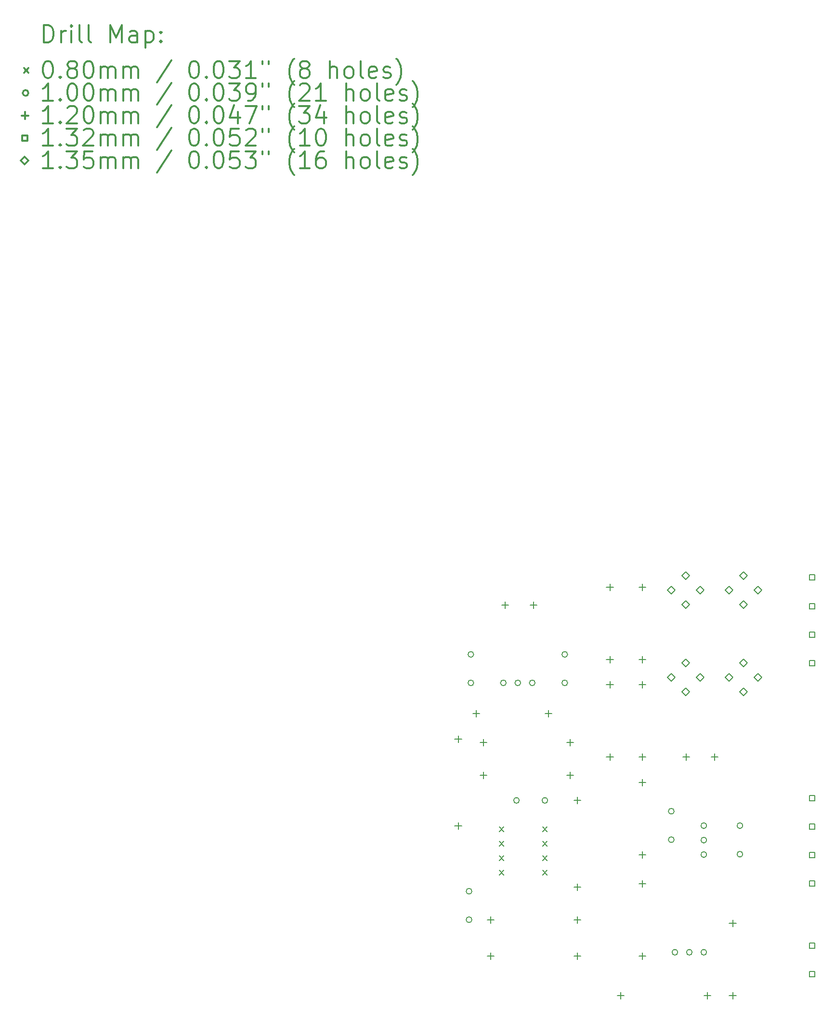
<source format=gbr>
%FSLAX45Y45*%
G04 Gerber Fmt 4.5, Leading zero omitted, Abs format (unit mm)*
G04 Created by KiCad (PCBNEW 4.0.6) date Thu Apr 29 15:33:18 2021*
%MOMM*%
%LPD*%
G01*
G04 APERTURE LIST*
%ADD10C,0.127000*%
%ADD11C,0.200000*%
%ADD12C,0.300000*%
G04 APERTURE END LIST*
D10*
D11*
X8278500Y-14247500D02*
X8358500Y-14327500D01*
X8358500Y-14247500D02*
X8278500Y-14327500D01*
X8278500Y-14501500D02*
X8358500Y-14581500D01*
X8358500Y-14501500D02*
X8278500Y-14581500D01*
X8278500Y-14755500D02*
X8358500Y-14835500D01*
X8358500Y-14755500D02*
X8278500Y-14835500D01*
X8278500Y-15009500D02*
X8358500Y-15089500D01*
X8358500Y-15009500D02*
X8278500Y-15089500D01*
X9040500Y-14247500D02*
X9120500Y-14327500D01*
X9120500Y-14247500D02*
X9040500Y-14327500D01*
X9040500Y-14501500D02*
X9120500Y-14581500D01*
X9120500Y-14501500D02*
X9040500Y-14581500D01*
X9040500Y-14755500D02*
X9120500Y-14835500D01*
X9120500Y-14755500D02*
X9040500Y-14835500D01*
X9040500Y-15009500D02*
X9120500Y-15089500D01*
X9120500Y-15009500D02*
X9040500Y-15089500D01*
X7797000Y-15375000D02*
G75*
G03X7797000Y-15375000I-50000J0D01*
G01*
X7797000Y-15875000D02*
G75*
G03X7797000Y-15875000I-50000J0D01*
G01*
X7828750Y-11215750D02*
G75*
G03X7828750Y-11215750I-50000J0D01*
G01*
X7828750Y-11715750D02*
G75*
G03X7828750Y-11715750I-50000J0D01*
G01*
X8400250Y-11715750D02*
G75*
G03X8400250Y-11715750I-50000J0D01*
G01*
X8630500Y-13779500D02*
G75*
G03X8630500Y-13779500I-50000J0D01*
G01*
X8654250Y-11715750D02*
G75*
G03X8654250Y-11715750I-50000J0D01*
G01*
X8908250Y-11715750D02*
G75*
G03X8908250Y-11715750I-50000J0D01*
G01*
X9130500Y-13779500D02*
G75*
G03X9130500Y-13779500I-50000J0D01*
G01*
X9479750Y-11215750D02*
G75*
G03X9479750Y-11215750I-50000J0D01*
G01*
X9479750Y-11715750D02*
G75*
G03X9479750Y-11715750I-50000J0D01*
G01*
X11353000Y-13970000D02*
G75*
G03X11353000Y-13970000I-50000J0D01*
G01*
X11353000Y-14470000D02*
G75*
G03X11353000Y-14470000I-50000J0D01*
G01*
X11416500Y-16446500D02*
G75*
G03X11416500Y-16446500I-50000J0D01*
G01*
X11670500Y-16446500D02*
G75*
G03X11670500Y-16446500I-50000J0D01*
G01*
X11924500Y-14224000D02*
G75*
G03X11924500Y-14224000I-50000J0D01*
G01*
X11924500Y-14478000D02*
G75*
G03X11924500Y-14478000I-50000J0D01*
G01*
X11924500Y-14732000D02*
G75*
G03X11924500Y-14732000I-50000J0D01*
G01*
X11924500Y-16446500D02*
G75*
G03X11924500Y-16446500I-50000J0D01*
G01*
X12559500Y-14224000D02*
G75*
G03X12559500Y-14224000I-50000J0D01*
G01*
X12559500Y-14724000D02*
G75*
G03X12559500Y-14724000I-50000J0D01*
G01*
X7556500Y-12640000D02*
X7556500Y-12760000D01*
X7496500Y-12700000D02*
X7616500Y-12700000D01*
X7556500Y-14164000D02*
X7556500Y-14284000D01*
X7496500Y-14224000D02*
X7616500Y-14224000D01*
X7874000Y-12195500D02*
X7874000Y-12315500D01*
X7814000Y-12255500D02*
X7934000Y-12255500D01*
X8001000Y-12703500D02*
X8001000Y-12823500D01*
X7941000Y-12763500D02*
X8061000Y-12763500D01*
X8001000Y-13275000D02*
X8001000Y-13395000D01*
X7941000Y-13335000D02*
X8061000Y-13335000D01*
X8128000Y-15815000D02*
X8128000Y-15935000D01*
X8068000Y-15875000D02*
X8188000Y-15875000D01*
X8128000Y-16450000D02*
X8128000Y-16570000D01*
X8068000Y-16510000D02*
X8188000Y-16510000D01*
X8382000Y-10290500D02*
X8382000Y-10410500D01*
X8322000Y-10350500D02*
X8442000Y-10350500D01*
X8882000Y-10290500D02*
X8882000Y-10410500D01*
X8822000Y-10350500D02*
X8942000Y-10350500D01*
X9144000Y-12195500D02*
X9144000Y-12315500D01*
X9084000Y-12255500D02*
X9204000Y-12255500D01*
X9525000Y-12703500D02*
X9525000Y-12823500D01*
X9465000Y-12763500D02*
X9585000Y-12763500D01*
X9525000Y-13275000D02*
X9525000Y-13395000D01*
X9465000Y-13335000D02*
X9585000Y-13335000D01*
X9652000Y-13719500D02*
X9652000Y-13839500D01*
X9592000Y-13779500D02*
X9712000Y-13779500D01*
X9652000Y-15243500D02*
X9652000Y-15363500D01*
X9592000Y-15303500D02*
X9712000Y-15303500D01*
X9652000Y-15815000D02*
X9652000Y-15935000D01*
X9592000Y-15875000D02*
X9712000Y-15875000D01*
X9652000Y-16450000D02*
X9652000Y-16570000D01*
X9592000Y-16510000D02*
X9712000Y-16510000D01*
X10223500Y-9973000D02*
X10223500Y-10093000D01*
X10163500Y-10033000D02*
X10283500Y-10033000D01*
X10223500Y-11243000D02*
X10223500Y-11363000D01*
X10163500Y-11303000D02*
X10283500Y-11303000D01*
X10223500Y-11687500D02*
X10223500Y-11807500D01*
X10163500Y-11747500D02*
X10283500Y-11747500D01*
X10223500Y-12957500D02*
X10223500Y-13077500D01*
X10163500Y-13017500D02*
X10283500Y-13017500D01*
X10414000Y-17148500D02*
X10414000Y-17268500D01*
X10354000Y-17208500D02*
X10474000Y-17208500D01*
X10795000Y-9973000D02*
X10795000Y-10093000D01*
X10735000Y-10033000D02*
X10855000Y-10033000D01*
X10795000Y-11243000D02*
X10795000Y-11363000D01*
X10735000Y-11303000D02*
X10855000Y-11303000D01*
X10795000Y-11687500D02*
X10795000Y-11807500D01*
X10735000Y-11747500D02*
X10855000Y-11747500D01*
X10795000Y-12957500D02*
X10795000Y-13077500D01*
X10735000Y-13017500D02*
X10855000Y-13017500D01*
X10795000Y-13402000D02*
X10795000Y-13522000D01*
X10735000Y-13462000D02*
X10855000Y-13462000D01*
X10795000Y-14672000D02*
X10795000Y-14792000D01*
X10735000Y-14732000D02*
X10855000Y-14732000D01*
X10795000Y-15180000D02*
X10795000Y-15300000D01*
X10735000Y-15240000D02*
X10855000Y-15240000D01*
X10795000Y-16450000D02*
X10795000Y-16570000D01*
X10735000Y-16510000D02*
X10855000Y-16510000D01*
X11565000Y-12957500D02*
X11565000Y-13077500D01*
X11505000Y-13017500D02*
X11625000Y-13017500D01*
X11938000Y-17148500D02*
X11938000Y-17268500D01*
X11878000Y-17208500D02*
X11998000Y-17208500D01*
X12065000Y-12957500D02*
X12065000Y-13077500D01*
X12005000Y-13017500D02*
X12125000Y-13017500D01*
X12382500Y-15878500D02*
X12382500Y-15998500D01*
X12322500Y-15938500D02*
X12442500Y-15938500D01*
X12382500Y-17148500D02*
X12382500Y-17268500D01*
X12322500Y-17208500D02*
X12442500Y-17208500D01*
X13826169Y-9913170D02*
X13826169Y-9819831D01*
X13732830Y-9819831D01*
X13732830Y-9913170D01*
X13826169Y-9913170D01*
X13826169Y-10413170D02*
X13826169Y-10319831D01*
X13732830Y-10319831D01*
X13732830Y-10413170D01*
X13826169Y-10413170D01*
X13826169Y-10913170D02*
X13826169Y-10819831D01*
X13732830Y-10819831D01*
X13732830Y-10913170D01*
X13826169Y-10913170D01*
X13826169Y-11413169D02*
X13826169Y-11319830D01*
X13732830Y-11319830D01*
X13732830Y-11413169D01*
X13826169Y-11413169D01*
X13826169Y-13786669D02*
X13826169Y-13693330D01*
X13732830Y-13693330D01*
X13732830Y-13786669D01*
X13826169Y-13786669D01*
X13826169Y-14286669D02*
X13826169Y-14193330D01*
X13732830Y-14193330D01*
X13732830Y-14286669D01*
X13826169Y-14286669D01*
X13826169Y-14786669D02*
X13826169Y-14693330D01*
X13732830Y-14693330D01*
X13732830Y-14786669D01*
X13826169Y-14786669D01*
X13826169Y-15286669D02*
X13826169Y-15193330D01*
X13732830Y-15193330D01*
X13732830Y-15286669D01*
X13826169Y-15286669D01*
X13826169Y-16374169D02*
X13826169Y-16280830D01*
X13732830Y-16280830D01*
X13732830Y-16374169D01*
X13826169Y-16374169D01*
X13826169Y-16874170D02*
X13826169Y-16780831D01*
X13732830Y-16780831D01*
X13732830Y-16874170D01*
X13826169Y-16874170D01*
X11303000Y-10156000D02*
X11370500Y-10088500D01*
X11303000Y-10021000D01*
X11235500Y-10088500D01*
X11303000Y-10156000D01*
X11303000Y-11688000D02*
X11370500Y-11620500D01*
X11303000Y-11553000D01*
X11235500Y-11620500D01*
X11303000Y-11688000D01*
X11557000Y-9902000D02*
X11624500Y-9834500D01*
X11557000Y-9767000D01*
X11489500Y-9834500D01*
X11557000Y-9902000D01*
X11557000Y-10410000D02*
X11624500Y-10342500D01*
X11557000Y-10275000D01*
X11489500Y-10342500D01*
X11557000Y-10410000D01*
X11557000Y-11434000D02*
X11624500Y-11366500D01*
X11557000Y-11299000D01*
X11489500Y-11366500D01*
X11557000Y-11434000D01*
X11557000Y-11942000D02*
X11624500Y-11874500D01*
X11557000Y-11807000D01*
X11489500Y-11874500D01*
X11557000Y-11942000D01*
X11811000Y-10156000D02*
X11878500Y-10088500D01*
X11811000Y-10021000D01*
X11743500Y-10088500D01*
X11811000Y-10156000D01*
X11811000Y-11688000D02*
X11878500Y-11620500D01*
X11811000Y-11553000D01*
X11743500Y-11620500D01*
X11811000Y-11688000D01*
X12319000Y-10156000D02*
X12386500Y-10088500D01*
X12319000Y-10021000D01*
X12251500Y-10088500D01*
X12319000Y-10156000D01*
X12319000Y-11688000D02*
X12386500Y-11620500D01*
X12319000Y-11553000D01*
X12251500Y-11620500D01*
X12319000Y-11688000D01*
X12573000Y-9902000D02*
X12640500Y-9834500D01*
X12573000Y-9767000D01*
X12505500Y-9834500D01*
X12573000Y-9902000D01*
X12573000Y-10410000D02*
X12640500Y-10342500D01*
X12573000Y-10275000D01*
X12505500Y-10342500D01*
X12573000Y-10410000D01*
X12573000Y-11434000D02*
X12640500Y-11366500D01*
X12573000Y-11299000D01*
X12505500Y-11366500D01*
X12573000Y-11434000D01*
X12573000Y-11942000D02*
X12640500Y-11874500D01*
X12573000Y-11807000D01*
X12505500Y-11874500D01*
X12573000Y-11942000D01*
X12827000Y-10156000D02*
X12894500Y-10088500D01*
X12827000Y-10021000D01*
X12759500Y-10088500D01*
X12827000Y-10156000D01*
X12827000Y-11688000D02*
X12894500Y-11620500D01*
X12827000Y-11553000D01*
X12759500Y-11620500D01*
X12827000Y-11688000D01*
D12*
X271429Y-465714D02*
X271429Y-165714D01*
X342857Y-165714D01*
X385714Y-180000D01*
X414286Y-208571D01*
X428571Y-237143D01*
X442857Y-294286D01*
X442857Y-337143D01*
X428571Y-394286D01*
X414286Y-422857D01*
X385714Y-451429D01*
X342857Y-465714D01*
X271429Y-465714D01*
X571429Y-465714D02*
X571429Y-265714D01*
X571429Y-322857D02*
X585714Y-294286D01*
X600000Y-280000D01*
X628571Y-265714D01*
X657143Y-265714D01*
X757143Y-465714D02*
X757143Y-265714D01*
X757143Y-165714D02*
X742857Y-180000D01*
X757143Y-194286D01*
X771429Y-180000D01*
X757143Y-165714D01*
X757143Y-194286D01*
X942857Y-465714D02*
X914286Y-451429D01*
X900000Y-422857D01*
X900000Y-165714D01*
X1100000Y-465714D02*
X1071429Y-451429D01*
X1057143Y-422857D01*
X1057143Y-165714D01*
X1442857Y-465714D02*
X1442857Y-165714D01*
X1542857Y-380000D01*
X1642857Y-165714D01*
X1642857Y-465714D01*
X1914286Y-465714D02*
X1914286Y-308571D01*
X1900000Y-280000D01*
X1871429Y-265714D01*
X1814286Y-265714D01*
X1785714Y-280000D01*
X1914286Y-451429D02*
X1885714Y-465714D01*
X1814286Y-465714D01*
X1785714Y-451429D01*
X1771429Y-422857D01*
X1771429Y-394286D01*
X1785714Y-365714D01*
X1814286Y-351429D01*
X1885714Y-351429D01*
X1914286Y-337143D01*
X2057143Y-265714D02*
X2057143Y-565714D01*
X2057143Y-280000D02*
X2085714Y-265714D01*
X2142857Y-265714D01*
X2171429Y-280000D01*
X2185714Y-294286D01*
X2200000Y-322857D01*
X2200000Y-408571D01*
X2185714Y-437143D01*
X2171429Y-451429D01*
X2142857Y-465714D01*
X2085714Y-465714D01*
X2057143Y-451429D01*
X2328572Y-437143D02*
X2342857Y-451429D01*
X2328572Y-465714D01*
X2314286Y-451429D01*
X2328572Y-437143D01*
X2328572Y-465714D01*
X2328572Y-280000D02*
X2342857Y-294286D01*
X2328572Y-308571D01*
X2314286Y-294286D01*
X2328572Y-280000D01*
X2328572Y-308571D01*
X-80000Y-920000D02*
X0Y-1000000D01*
X0Y-920000D02*
X-80000Y-1000000D01*
X328571Y-795714D02*
X357143Y-795714D01*
X385714Y-810000D01*
X400000Y-824286D01*
X414286Y-852857D01*
X428571Y-910000D01*
X428571Y-981429D01*
X414286Y-1038571D01*
X400000Y-1067143D01*
X385714Y-1081429D01*
X357143Y-1095714D01*
X328571Y-1095714D01*
X300000Y-1081429D01*
X285714Y-1067143D01*
X271429Y-1038571D01*
X257143Y-981429D01*
X257143Y-910000D01*
X271429Y-852857D01*
X285714Y-824286D01*
X300000Y-810000D01*
X328571Y-795714D01*
X557143Y-1067143D02*
X571429Y-1081429D01*
X557143Y-1095714D01*
X542857Y-1081429D01*
X557143Y-1067143D01*
X557143Y-1095714D01*
X742857Y-924286D02*
X714286Y-910000D01*
X700000Y-895714D01*
X685714Y-867143D01*
X685714Y-852857D01*
X700000Y-824286D01*
X714286Y-810000D01*
X742857Y-795714D01*
X800000Y-795714D01*
X828571Y-810000D01*
X842857Y-824286D01*
X857143Y-852857D01*
X857143Y-867143D01*
X842857Y-895714D01*
X828571Y-910000D01*
X800000Y-924286D01*
X742857Y-924286D01*
X714286Y-938571D01*
X700000Y-952857D01*
X685714Y-981429D01*
X685714Y-1038571D01*
X700000Y-1067143D01*
X714286Y-1081429D01*
X742857Y-1095714D01*
X800000Y-1095714D01*
X828571Y-1081429D01*
X842857Y-1067143D01*
X857143Y-1038571D01*
X857143Y-981429D01*
X842857Y-952857D01*
X828571Y-938571D01*
X800000Y-924286D01*
X1042857Y-795714D02*
X1071429Y-795714D01*
X1100000Y-810000D01*
X1114286Y-824286D01*
X1128571Y-852857D01*
X1142857Y-910000D01*
X1142857Y-981429D01*
X1128571Y-1038571D01*
X1114286Y-1067143D01*
X1100000Y-1081429D01*
X1071429Y-1095714D01*
X1042857Y-1095714D01*
X1014286Y-1081429D01*
X1000000Y-1067143D01*
X985714Y-1038571D01*
X971429Y-981429D01*
X971429Y-910000D01*
X985714Y-852857D01*
X1000000Y-824286D01*
X1014286Y-810000D01*
X1042857Y-795714D01*
X1271429Y-1095714D02*
X1271429Y-895714D01*
X1271429Y-924286D02*
X1285714Y-910000D01*
X1314286Y-895714D01*
X1357143Y-895714D01*
X1385714Y-910000D01*
X1400000Y-938571D01*
X1400000Y-1095714D01*
X1400000Y-938571D02*
X1414286Y-910000D01*
X1442857Y-895714D01*
X1485714Y-895714D01*
X1514286Y-910000D01*
X1528571Y-938571D01*
X1528571Y-1095714D01*
X1671429Y-1095714D02*
X1671429Y-895714D01*
X1671429Y-924286D02*
X1685714Y-910000D01*
X1714286Y-895714D01*
X1757143Y-895714D01*
X1785714Y-910000D01*
X1800000Y-938571D01*
X1800000Y-1095714D01*
X1800000Y-938571D02*
X1814286Y-910000D01*
X1842857Y-895714D01*
X1885714Y-895714D01*
X1914286Y-910000D01*
X1928571Y-938571D01*
X1928571Y-1095714D01*
X2514286Y-781429D02*
X2257143Y-1167143D01*
X2900000Y-795714D02*
X2928571Y-795714D01*
X2957143Y-810000D01*
X2971428Y-824286D01*
X2985714Y-852857D01*
X3000000Y-910000D01*
X3000000Y-981429D01*
X2985714Y-1038571D01*
X2971428Y-1067143D01*
X2957143Y-1081429D01*
X2928571Y-1095714D01*
X2900000Y-1095714D01*
X2871428Y-1081429D01*
X2857143Y-1067143D01*
X2842857Y-1038571D01*
X2828571Y-981429D01*
X2828571Y-910000D01*
X2842857Y-852857D01*
X2857143Y-824286D01*
X2871428Y-810000D01*
X2900000Y-795714D01*
X3128571Y-1067143D02*
X3142857Y-1081429D01*
X3128571Y-1095714D01*
X3114286Y-1081429D01*
X3128571Y-1067143D01*
X3128571Y-1095714D01*
X3328571Y-795714D02*
X3357143Y-795714D01*
X3385714Y-810000D01*
X3400000Y-824286D01*
X3414286Y-852857D01*
X3428571Y-910000D01*
X3428571Y-981429D01*
X3414286Y-1038571D01*
X3400000Y-1067143D01*
X3385714Y-1081429D01*
X3357143Y-1095714D01*
X3328571Y-1095714D01*
X3300000Y-1081429D01*
X3285714Y-1067143D01*
X3271428Y-1038571D01*
X3257143Y-981429D01*
X3257143Y-910000D01*
X3271428Y-852857D01*
X3285714Y-824286D01*
X3300000Y-810000D01*
X3328571Y-795714D01*
X3528571Y-795714D02*
X3714286Y-795714D01*
X3614286Y-910000D01*
X3657143Y-910000D01*
X3685714Y-924286D01*
X3700000Y-938571D01*
X3714286Y-967143D01*
X3714286Y-1038571D01*
X3700000Y-1067143D01*
X3685714Y-1081429D01*
X3657143Y-1095714D01*
X3571428Y-1095714D01*
X3542857Y-1081429D01*
X3528571Y-1067143D01*
X4000000Y-1095714D02*
X3828571Y-1095714D01*
X3914286Y-1095714D02*
X3914286Y-795714D01*
X3885714Y-838571D01*
X3857143Y-867143D01*
X3828571Y-881429D01*
X4114286Y-795714D02*
X4114286Y-852857D01*
X4228571Y-795714D02*
X4228571Y-852857D01*
X4671429Y-1210000D02*
X4657143Y-1195714D01*
X4628571Y-1152857D01*
X4614286Y-1124286D01*
X4600000Y-1081429D01*
X4585714Y-1010000D01*
X4585714Y-952857D01*
X4600000Y-881429D01*
X4614286Y-838571D01*
X4628571Y-810000D01*
X4657143Y-767143D01*
X4671429Y-752857D01*
X4828571Y-924286D02*
X4800000Y-910000D01*
X4785714Y-895714D01*
X4771429Y-867143D01*
X4771429Y-852857D01*
X4785714Y-824286D01*
X4800000Y-810000D01*
X4828571Y-795714D01*
X4885714Y-795714D01*
X4914286Y-810000D01*
X4928571Y-824286D01*
X4942857Y-852857D01*
X4942857Y-867143D01*
X4928571Y-895714D01*
X4914286Y-910000D01*
X4885714Y-924286D01*
X4828571Y-924286D01*
X4800000Y-938571D01*
X4785714Y-952857D01*
X4771429Y-981429D01*
X4771429Y-1038571D01*
X4785714Y-1067143D01*
X4800000Y-1081429D01*
X4828571Y-1095714D01*
X4885714Y-1095714D01*
X4914286Y-1081429D01*
X4928571Y-1067143D01*
X4942857Y-1038571D01*
X4942857Y-981429D01*
X4928571Y-952857D01*
X4914286Y-938571D01*
X4885714Y-924286D01*
X5300000Y-1095714D02*
X5300000Y-795714D01*
X5428571Y-1095714D02*
X5428571Y-938571D01*
X5414286Y-910000D01*
X5385714Y-895714D01*
X5342857Y-895714D01*
X5314286Y-910000D01*
X5300000Y-924286D01*
X5614286Y-1095714D02*
X5585714Y-1081429D01*
X5571429Y-1067143D01*
X5557143Y-1038571D01*
X5557143Y-952857D01*
X5571429Y-924286D01*
X5585714Y-910000D01*
X5614286Y-895714D01*
X5657143Y-895714D01*
X5685714Y-910000D01*
X5700000Y-924286D01*
X5714286Y-952857D01*
X5714286Y-1038571D01*
X5700000Y-1067143D01*
X5685714Y-1081429D01*
X5657143Y-1095714D01*
X5614286Y-1095714D01*
X5885714Y-1095714D02*
X5857143Y-1081429D01*
X5842857Y-1052857D01*
X5842857Y-795714D01*
X6114286Y-1081429D02*
X6085714Y-1095714D01*
X6028571Y-1095714D01*
X6000000Y-1081429D01*
X5985714Y-1052857D01*
X5985714Y-938571D01*
X6000000Y-910000D01*
X6028571Y-895714D01*
X6085714Y-895714D01*
X6114286Y-910000D01*
X6128571Y-938571D01*
X6128571Y-967143D01*
X5985714Y-995714D01*
X6242857Y-1081429D02*
X6271429Y-1095714D01*
X6328571Y-1095714D01*
X6357143Y-1081429D01*
X6371429Y-1052857D01*
X6371429Y-1038571D01*
X6357143Y-1010000D01*
X6328571Y-995714D01*
X6285714Y-995714D01*
X6257143Y-981429D01*
X6242857Y-952857D01*
X6242857Y-938571D01*
X6257143Y-910000D01*
X6285714Y-895714D01*
X6328571Y-895714D01*
X6357143Y-910000D01*
X6471428Y-1210000D02*
X6485714Y-1195714D01*
X6514286Y-1152857D01*
X6528571Y-1124286D01*
X6542857Y-1081429D01*
X6557143Y-1010000D01*
X6557143Y-952857D01*
X6542857Y-881429D01*
X6528571Y-838571D01*
X6514286Y-810000D01*
X6485714Y-767143D01*
X6471428Y-752857D01*
X0Y-1356000D02*
G75*
G03X0Y-1356000I-50000J0D01*
G01*
X428571Y-1491714D02*
X257143Y-1491714D01*
X342857Y-1491714D02*
X342857Y-1191714D01*
X314286Y-1234571D01*
X285714Y-1263143D01*
X257143Y-1277429D01*
X557143Y-1463143D02*
X571429Y-1477429D01*
X557143Y-1491714D01*
X542857Y-1477429D01*
X557143Y-1463143D01*
X557143Y-1491714D01*
X757143Y-1191714D02*
X785714Y-1191714D01*
X814286Y-1206000D01*
X828571Y-1220286D01*
X842857Y-1248857D01*
X857143Y-1306000D01*
X857143Y-1377429D01*
X842857Y-1434571D01*
X828571Y-1463143D01*
X814286Y-1477429D01*
X785714Y-1491714D01*
X757143Y-1491714D01*
X728571Y-1477429D01*
X714286Y-1463143D01*
X700000Y-1434571D01*
X685714Y-1377429D01*
X685714Y-1306000D01*
X700000Y-1248857D01*
X714286Y-1220286D01*
X728571Y-1206000D01*
X757143Y-1191714D01*
X1042857Y-1191714D02*
X1071429Y-1191714D01*
X1100000Y-1206000D01*
X1114286Y-1220286D01*
X1128571Y-1248857D01*
X1142857Y-1306000D01*
X1142857Y-1377429D01*
X1128571Y-1434571D01*
X1114286Y-1463143D01*
X1100000Y-1477429D01*
X1071429Y-1491714D01*
X1042857Y-1491714D01*
X1014286Y-1477429D01*
X1000000Y-1463143D01*
X985714Y-1434571D01*
X971429Y-1377429D01*
X971429Y-1306000D01*
X985714Y-1248857D01*
X1000000Y-1220286D01*
X1014286Y-1206000D01*
X1042857Y-1191714D01*
X1271429Y-1491714D02*
X1271429Y-1291714D01*
X1271429Y-1320286D02*
X1285714Y-1306000D01*
X1314286Y-1291714D01*
X1357143Y-1291714D01*
X1385714Y-1306000D01*
X1400000Y-1334571D01*
X1400000Y-1491714D01*
X1400000Y-1334571D02*
X1414286Y-1306000D01*
X1442857Y-1291714D01*
X1485714Y-1291714D01*
X1514286Y-1306000D01*
X1528571Y-1334571D01*
X1528571Y-1491714D01*
X1671429Y-1491714D02*
X1671429Y-1291714D01*
X1671429Y-1320286D02*
X1685714Y-1306000D01*
X1714286Y-1291714D01*
X1757143Y-1291714D01*
X1785714Y-1306000D01*
X1800000Y-1334571D01*
X1800000Y-1491714D01*
X1800000Y-1334571D02*
X1814286Y-1306000D01*
X1842857Y-1291714D01*
X1885714Y-1291714D01*
X1914286Y-1306000D01*
X1928571Y-1334571D01*
X1928571Y-1491714D01*
X2514286Y-1177429D02*
X2257143Y-1563143D01*
X2900000Y-1191714D02*
X2928571Y-1191714D01*
X2957143Y-1206000D01*
X2971428Y-1220286D01*
X2985714Y-1248857D01*
X3000000Y-1306000D01*
X3000000Y-1377429D01*
X2985714Y-1434571D01*
X2971428Y-1463143D01*
X2957143Y-1477429D01*
X2928571Y-1491714D01*
X2900000Y-1491714D01*
X2871428Y-1477429D01*
X2857143Y-1463143D01*
X2842857Y-1434571D01*
X2828571Y-1377429D01*
X2828571Y-1306000D01*
X2842857Y-1248857D01*
X2857143Y-1220286D01*
X2871428Y-1206000D01*
X2900000Y-1191714D01*
X3128571Y-1463143D02*
X3142857Y-1477429D01*
X3128571Y-1491714D01*
X3114286Y-1477429D01*
X3128571Y-1463143D01*
X3128571Y-1491714D01*
X3328571Y-1191714D02*
X3357143Y-1191714D01*
X3385714Y-1206000D01*
X3400000Y-1220286D01*
X3414286Y-1248857D01*
X3428571Y-1306000D01*
X3428571Y-1377429D01*
X3414286Y-1434571D01*
X3400000Y-1463143D01*
X3385714Y-1477429D01*
X3357143Y-1491714D01*
X3328571Y-1491714D01*
X3300000Y-1477429D01*
X3285714Y-1463143D01*
X3271428Y-1434571D01*
X3257143Y-1377429D01*
X3257143Y-1306000D01*
X3271428Y-1248857D01*
X3285714Y-1220286D01*
X3300000Y-1206000D01*
X3328571Y-1191714D01*
X3528571Y-1191714D02*
X3714286Y-1191714D01*
X3614286Y-1306000D01*
X3657143Y-1306000D01*
X3685714Y-1320286D01*
X3700000Y-1334571D01*
X3714286Y-1363143D01*
X3714286Y-1434571D01*
X3700000Y-1463143D01*
X3685714Y-1477429D01*
X3657143Y-1491714D01*
X3571428Y-1491714D01*
X3542857Y-1477429D01*
X3528571Y-1463143D01*
X3857143Y-1491714D02*
X3914286Y-1491714D01*
X3942857Y-1477429D01*
X3957143Y-1463143D01*
X3985714Y-1420286D01*
X4000000Y-1363143D01*
X4000000Y-1248857D01*
X3985714Y-1220286D01*
X3971428Y-1206000D01*
X3942857Y-1191714D01*
X3885714Y-1191714D01*
X3857143Y-1206000D01*
X3842857Y-1220286D01*
X3828571Y-1248857D01*
X3828571Y-1320286D01*
X3842857Y-1348857D01*
X3857143Y-1363143D01*
X3885714Y-1377429D01*
X3942857Y-1377429D01*
X3971428Y-1363143D01*
X3985714Y-1348857D01*
X4000000Y-1320286D01*
X4114286Y-1191714D02*
X4114286Y-1248857D01*
X4228571Y-1191714D02*
X4228571Y-1248857D01*
X4671429Y-1606000D02*
X4657143Y-1591714D01*
X4628571Y-1548857D01*
X4614286Y-1520286D01*
X4600000Y-1477429D01*
X4585714Y-1406000D01*
X4585714Y-1348857D01*
X4600000Y-1277429D01*
X4614286Y-1234571D01*
X4628571Y-1206000D01*
X4657143Y-1163143D01*
X4671429Y-1148857D01*
X4771429Y-1220286D02*
X4785714Y-1206000D01*
X4814286Y-1191714D01*
X4885714Y-1191714D01*
X4914286Y-1206000D01*
X4928571Y-1220286D01*
X4942857Y-1248857D01*
X4942857Y-1277429D01*
X4928571Y-1320286D01*
X4757143Y-1491714D01*
X4942857Y-1491714D01*
X5228571Y-1491714D02*
X5057143Y-1491714D01*
X5142857Y-1491714D02*
X5142857Y-1191714D01*
X5114286Y-1234571D01*
X5085714Y-1263143D01*
X5057143Y-1277429D01*
X5585714Y-1491714D02*
X5585714Y-1191714D01*
X5714286Y-1491714D02*
X5714286Y-1334571D01*
X5700000Y-1306000D01*
X5671428Y-1291714D01*
X5628571Y-1291714D01*
X5600000Y-1306000D01*
X5585714Y-1320286D01*
X5900000Y-1491714D02*
X5871428Y-1477429D01*
X5857143Y-1463143D01*
X5842857Y-1434571D01*
X5842857Y-1348857D01*
X5857143Y-1320286D01*
X5871428Y-1306000D01*
X5900000Y-1291714D01*
X5942857Y-1291714D01*
X5971428Y-1306000D01*
X5985714Y-1320286D01*
X6000000Y-1348857D01*
X6000000Y-1434571D01*
X5985714Y-1463143D01*
X5971428Y-1477429D01*
X5942857Y-1491714D01*
X5900000Y-1491714D01*
X6171428Y-1491714D02*
X6142857Y-1477429D01*
X6128571Y-1448857D01*
X6128571Y-1191714D01*
X6400000Y-1477429D02*
X6371429Y-1491714D01*
X6314286Y-1491714D01*
X6285714Y-1477429D01*
X6271429Y-1448857D01*
X6271429Y-1334571D01*
X6285714Y-1306000D01*
X6314286Y-1291714D01*
X6371429Y-1291714D01*
X6400000Y-1306000D01*
X6414286Y-1334571D01*
X6414286Y-1363143D01*
X6271429Y-1391714D01*
X6528571Y-1477429D02*
X6557143Y-1491714D01*
X6614286Y-1491714D01*
X6642857Y-1477429D01*
X6657143Y-1448857D01*
X6657143Y-1434571D01*
X6642857Y-1406000D01*
X6614286Y-1391714D01*
X6571429Y-1391714D01*
X6542857Y-1377429D01*
X6528571Y-1348857D01*
X6528571Y-1334571D01*
X6542857Y-1306000D01*
X6571429Y-1291714D01*
X6614286Y-1291714D01*
X6642857Y-1306000D01*
X6757143Y-1606000D02*
X6771429Y-1591714D01*
X6800000Y-1548857D01*
X6814286Y-1520286D01*
X6828571Y-1477429D01*
X6842857Y-1406000D01*
X6842857Y-1348857D01*
X6828571Y-1277429D01*
X6814286Y-1234571D01*
X6800000Y-1206000D01*
X6771429Y-1163143D01*
X6757143Y-1148857D01*
X-60000Y-1692000D02*
X-60000Y-1812000D01*
X-120000Y-1752000D02*
X0Y-1752000D01*
X428571Y-1887714D02*
X257143Y-1887714D01*
X342857Y-1887714D02*
X342857Y-1587714D01*
X314286Y-1630571D01*
X285714Y-1659143D01*
X257143Y-1673429D01*
X557143Y-1859143D02*
X571429Y-1873429D01*
X557143Y-1887714D01*
X542857Y-1873429D01*
X557143Y-1859143D01*
X557143Y-1887714D01*
X685714Y-1616286D02*
X700000Y-1602000D01*
X728571Y-1587714D01*
X800000Y-1587714D01*
X828571Y-1602000D01*
X842857Y-1616286D01*
X857143Y-1644857D01*
X857143Y-1673429D01*
X842857Y-1716286D01*
X671429Y-1887714D01*
X857143Y-1887714D01*
X1042857Y-1587714D02*
X1071429Y-1587714D01*
X1100000Y-1602000D01*
X1114286Y-1616286D01*
X1128571Y-1644857D01*
X1142857Y-1702000D01*
X1142857Y-1773429D01*
X1128571Y-1830571D01*
X1114286Y-1859143D01*
X1100000Y-1873429D01*
X1071429Y-1887714D01*
X1042857Y-1887714D01*
X1014286Y-1873429D01*
X1000000Y-1859143D01*
X985714Y-1830571D01*
X971429Y-1773429D01*
X971429Y-1702000D01*
X985714Y-1644857D01*
X1000000Y-1616286D01*
X1014286Y-1602000D01*
X1042857Y-1587714D01*
X1271429Y-1887714D02*
X1271429Y-1687714D01*
X1271429Y-1716286D02*
X1285714Y-1702000D01*
X1314286Y-1687714D01*
X1357143Y-1687714D01*
X1385714Y-1702000D01*
X1400000Y-1730571D01*
X1400000Y-1887714D01*
X1400000Y-1730571D02*
X1414286Y-1702000D01*
X1442857Y-1687714D01*
X1485714Y-1687714D01*
X1514286Y-1702000D01*
X1528571Y-1730571D01*
X1528571Y-1887714D01*
X1671429Y-1887714D02*
X1671429Y-1687714D01*
X1671429Y-1716286D02*
X1685714Y-1702000D01*
X1714286Y-1687714D01*
X1757143Y-1687714D01*
X1785714Y-1702000D01*
X1800000Y-1730571D01*
X1800000Y-1887714D01*
X1800000Y-1730571D02*
X1814286Y-1702000D01*
X1842857Y-1687714D01*
X1885714Y-1687714D01*
X1914286Y-1702000D01*
X1928571Y-1730571D01*
X1928571Y-1887714D01*
X2514286Y-1573429D02*
X2257143Y-1959143D01*
X2900000Y-1587714D02*
X2928571Y-1587714D01*
X2957143Y-1602000D01*
X2971428Y-1616286D01*
X2985714Y-1644857D01*
X3000000Y-1702000D01*
X3000000Y-1773429D01*
X2985714Y-1830571D01*
X2971428Y-1859143D01*
X2957143Y-1873429D01*
X2928571Y-1887714D01*
X2900000Y-1887714D01*
X2871428Y-1873429D01*
X2857143Y-1859143D01*
X2842857Y-1830571D01*
X2828571Y-1773429D01*
X2828571Y-1702000D01*
X2842857Y-1644857D01*
X2857143Y-1616286D01*
X2871428Y-1602000D01*
X2900000Y-1587714D01*
X3128571Y-1859143D02*
X3142857Y-1873429D01*
X3128571Y-1887714D01*
X3114286Y-1873429D01*
X3128571Y-1859143D01*
X3128571Y-1887714D01*
X3328571Y-1587714D02*
X3357143Y-1587714D01*
X3385714Y-1602000D01*
X3400000Y-1616286D01*
X3414286Y-1644857D01*
X3428571Y-1702000D01*
X3428571Y-1773429D01*
X3414286Y-1830571D01*
X3400000Y-1859143D01*
X3385714Y-1873429D01*
X3357143Y-1887714D01*
X3328571Y-1887714D01*
X3300000Y-1873429D01*
X3285714Y-1859143D01*
X3271428Y-1830571D01*
X3257143Y-1773429D01*
X3257143Y-1702000D01*
X3271428Y-1644857D01*
X3285714Y-1616286D01*
X3300000Y-1602000D01*
X3328571Y-1587714D01*
X3685714Y-1687714D02*
X3685714Y-1887714D01*
X3614286Y-1573429D02*
X3542857Y-1787714D01*
X3728571Y-1787714D01*
X3814286Y-1587714D02*
X4014286Y-1587714D01*
X3885714Y-1887714D01*
X4114286Y-1587714D02*
X4114286Y-1644857D01*
X4228571Y-1587714D02*
X4228571Y-1644857D01*
X4671429Y-2002000D02*
X4657143Y-1987714D01*
X4628571Y-1944857D01*
X4614286Y-1916286D01*
X4600000Y-1873429D01*
X4585714Y-1802000D01*
X4585714Y-1744857D01*
X4600000Y-1673429D01*
X4614286Y-1630571D01*
X4628571Y-1602000D01*
X4657143Y-1559143D01*
X4671429Y-1544857D01*
X4757143Y-1587714D02*
X4942857Y-1587714D01*
X4842857Y-1702000D01*
X4885714Y-1702000D01*
X4914286Y-1716286D01*
X4928571Y-1730571D01*
X4942857Y-1759143D01*
X4942857Y-1830571D01*
X4928571Y-1859143D01*
X4914286Y-1873429D01*
X4885714Y-1887714D01*
X4800000Y-1887714D01*
X4771429Y-1873429D01*
X4757143Y-1859143D01*
X5200000Y-1687714D02*
X5200000Y-1887714D01*
X5128571Y-1573429D02*
X5057143Y-1787714D01*
X5242857Y-1787714D01*
X5585714Y-1887714D02*
X5585714Y-1587714D01*
X5714286Y-1887714D02*
X5714286Y-1730571D01*
X5700000Y-1702000D01*
X5671428Y-1687714D01*
X5628571Y-1687714D01*
X5600000Y-1702000D01*
X5585714Y-1716286D01*
X5900000Y-1887714D02*
X5871428Y-1873429D01*
X5857143Y-1859143D01*
X5842857Y-1830571D01*
X5842857Y-1744857D01*
X5857143Y-1716286D01*
X5871428Y-1702000D01*
X5900000Y-1687714D01*
X5942857Y-1687714D01*
X5971428Y-1702000D01*
X5985714Y-1716286D01*
X6000000Y-1744857D01*
X6000000Y-1830571D01*
X5985714Y-1859143D01*
X5971428Y-1873429D01*
X5942857Y-1887714D01*
X5900000Y-1887714D01*
X6171428Y-1887714D02*
X6142857Y-1873429D01*
X6128571Y-1844857D01*
X6128571Y-1587714D01*
X6400000Y-1873429D02*
X6371429Y-1887714D01*
X6314286Y-1887714D01*
X6285714Y-1873429D01*
X6271429Y-1844857D01*
X6271429Y-1730571D01*
X6285714Y-1702000D01*
X6314286Y-1687714D01*
X6371429Y-1687714D01*
X6400000Y-1702000D01*
X6414286Y-1730571D01*
X6414286Y-1759143D01*
X6271429Y-1787714D01*
X6528571Y-1873429D02*
X6557143Y-1887714D01*
X6614286Y-1887714D01*
X6642857Y-1873429D01*
X6657143Y-1844857D01*
X6657143Y-1830571D01*
X6642857Y-1802000D01*
X6614286Y-1787714D01*
X6571429Y-1787714D01*
X6542857Y-1773429D01*
X6528571Y-1744857D01*
X6528571Y-1730571D01*
X6542857Y-1702000D01*
X6571429Y-1687714D01*
X6614286Y-1687714D01*
X6642857Y-1702000D01*
X6757143Y-2002000D02*
X6771429Y-1987714D01*
X6800000Y-1944857D01*
X6814286Y-1916286D01*
X6828571Y-1873429D01*
X6842857Y-1802000D01*
X6842857Y-1744857D01*
X6828571Y-1673429D01*
X6814286Y-1630571D01*
X6800000Y-1602000D01*
X6771429Y-1559143D01*
X6757143Y-1544857D01*
X-19331Y-2194670D02*
X-19331Y-2101331D01*
X-112669Y-2101331D01*
X-112669Y-2194670D01*
X-19331Y-2194670D01*
X428571Y-2283714D02*
X257143Y-2283714D01*
X342857Y-2283714D02*
X342857Y-1983714D01*
X314286Y-2026571D01*
X285714Y-2055143D01*
X257143Y-2069429D01*
X557143Y-2255143D02*
X571429Y-2269429D01*
X557143Y-2283714D01*
X542857Y-2269429D01*
X557143Y-2255143D01*
X557143Y-2283714D01*
X671429Y-1983714D02*
X857143Y-1983714D01*
X757143Y-2098000D01*
X800000Y-2098000D01*
X828571Y-2112286D01*
X842857Y-2126571D01*
X857143Y-2155143D01*
X857143Y-2226571D01*
X842857Y-2255143D01*
X828571Y-2269429D01*
X800000Y-2283714D01*
X714286Y-2283714D01*
X685714Y-2269429D01*
X671429Y-2255143D01*
X971429Y-2012286D02*
X985714Y-1998000D01*
X1014286Y-1983714D01*
X1085714Y-1983714D01*
X1114286Y-1998000D01*
X1128571Y-2012286D01*
X1142857Y-2040857D01*
X1142857Y-2069429D01*
X1128571Y-2112286D01*
X957143Y-2283714D01*
X1142857Y-2283714D01*
X1271429Y-2283714D02*
X1271429Y-2083714D01*
X1271429Y-2112286D02*
X1285714Y-2098000D01*
X1314286Y-2083714D01*
X1357143Y-2083714D01*
X1385714Y-2098000D01*
X1400000Y-2126571D01*
X1400000Y-2283714D01*
X1400000Y-2126571D02*
X1414286Y-2098000D01*
X1442857Y-2083714D01*
X1485714Y-2083714D01*
X1514286Y-2098000D01*
X1528571Y-2126571D01*
X1528571Y-2283714D01*
X1671429Y-2283714D02*
X1671429Y-2083714D01*
X1671429Y-2112286D02*
X1685714Y-2098000D01*
X1714286Y-2083714D01*
X1757143Y-2083714D01*
X1785714Y-2098000D01*
X1800000Y-2126571D01*
X1800000Y-2283714D01*
X1800000Y-2126571D02*
X1814286Y-2098000D01*
X1842857Y-2083714D01*
X1885714Y-2083714D01*
X1914286Y-2098000D01*
X1928571Y-2126571D01*
X1928571Y-2283714D01*
X2514286Y-1969429D02*
X2257143Y-2355143D01*
X2900000Y-1983714D02*
X2928571Y-1983714D01*
X2957143Y-1998000D01*
X2971428Y-2012286D01*
X2985714Y-2040857D01*
X3000000Y-2098000D01*
X3000000Y-2169429D01*
X2985714Y-2226571D01*
X2971428Y-2255143D01*
X2957143Y-2269429D01*
X2928571Y-2283714D01*
X2900000Y-2283714D01*
X2871428Y-2269429D01*
X2857143Y-2255143D01*
X2842857Y-2226571D01*
X2828571Y-2169429D01*
X2828571Y-2098000D01*
X2842857Y-2040857D01*
X2857143Y-2012286D01*
X2871428Y-1998000D01*
X2900000Y-1983714D01*
X3128571Y-2255143D02*
X3142857Y-2269429D01*
X3128571Y-2283714D01*
X3114286Y-2269429D01*
X3128571Y-2255143D01*
X3128571Y-2283714D01*
X3328571Y-1983714D02*
X3357143Y-1983714D01*
X3385714Y-1998000D01*
X3400000Y-2012286D01*
X3414286Y-2040857D01*
X3428571Y-2098000D01*
X3428571Y-2169429D01*
X3414286Y-2226571D01*
X3400000Y-2255143D01*
X3385714Y-2269429D01*
X3357143Y-2283714D01*
X3328571Y-2283714D01*
X3300000Y-2269429D01*
X3285714Y-2255143D01*
X3271428Y-2226571D01*
X3257143Y-2169429D01*
X3257143Y-2098000D01*
X3271428Y-2040857D01*
X3285714Y-2012286D01*
X3300000Y-1998000D01*
X3328571Y-1983714D01*
X3700000Y-1983714D02*
X3557143Y-1983714D01*
X3542857Y-2126571D01*
X3557143Y-2112286D01*
X3585714Y-2098000D01*
X3657143Y-2098000D01*
X3685714Y-2112286D01*
X3700000Y-2126571D01*
X3714286Y-2155143D01*
X3714286Y-2226571D01*
X3700000Y-2255143D01*
X3685714Y-2269429D01*
X3657143Y-2283714D01*
X3585714Y-2283714D01*
X3557143Y-2269429D01*
X3542857Y-2255143D01*
X3828571Y-2012286D02*
X3842857Y-1998000D01*
X3871428Y-1983714D01*
X3942857Y-1983714D01*
X3971428Y-1998000D01*
X3985714Y-2012286D01*
X4000000Y-2040857D01*
X4000000Y-2069429D01*
X3985714Y-2112286D01*
X3814286Y-2283714D01*
X4000000Y-2283714D01*
X4114286Y-1983714D02*
X4114286Y-2040857D01*
X4228571Y-1983714D02*
X4228571Y-2040857D01*
X4671429Y-2398000D02*
X4657143Y-2383714D01*
X4628571Y-2340857D01*
X4614286Y-2312286D01*
X4600000Y-2269429D01*
X4585714Y-2198000D01*
X4585714Y-2140857D01*
X4600000Y-2069429D01*
X4614286Y-2026571D01*
X4628571Y-1998000D01*
X4657143Y-1955143D01*
X4671429Y-1940857D01*
X4942857Y-2283714D02*
X4771429Y-2283714D01*
X4857143Y-2283714D02*
X4857143Y-1983714D01*
X4828571Y-2026571D01*
X4800000Y-2055143D01*
X4771429Y-2069429D01*
X5128571Y-1983714D02*
X5157143Y-1983714D01*
X5185714Y-1998000D01*
X5200000Y-2012286D01*
X5214286Y-2040857D01*
X5228571Y-2098000D01*
X5228571Y-2169429D01*
X5214286Y-2226571D01*
X5200000Y-2255143D01*
X5185714Y-2269429D01*
X5157143Y-2283714D01*
X5128571Y-2283714D01*
X5100000Y-2269429D01*
X5085714Y-2255143D01*
X5071429Y-2226571D01*
X5057143Y-2169429D01*
X5057143Y-2098000D01*
X5071429Y-2040857D01*
X5085714Y-2012286D01*
X5100000Y-1998000D01*
X5128571Y-1983714D01*
X5585714Y-2283714D02*
X5585714Y-1983714D01*
X5714286Y-2283714D02*
X5714286Y-2126571D01*
X5700000Y-2098000D01*
X5671428Y-2083714D01*
X5628571Y-2083714D01*
X5600000Y-2098000D01*
X5585714Y-2112286D01*
X5900000Y-2283714D02*
X5871428Y-2269429D01*
X5857143Y-2255143D01*
X5842857Y-2226571D01*
X5842857Y-2140857D01*
X5857143Y-2112286D01*
X5871428Y-2098000D01*
X5900000Y-2083714D01*
X5942857Y-2083714D01*
X5971428Y-2098000D01*
X5985714Y-2112286D01*
X6000000Y-2140857D01*
X6000000Y-2226571D01*
X5985714Y-2255143D01*
X5971428Y-2269429D01*
X5942857Y-2283714D01*
X5900000Y-2283714D01*
X6171428Y-2283714D02*
X6142857Y-2269429D01*
X6128571Y-2240857D01*
X6128571Y-1983714D01*
X6400000Y-2269429D02*
X6371429Y-2283714D01*
X6314286Y-2283714D01*
X6285714Y-2269429D01*
X6271429Y-2240857D01*
X6271429Y-2126571D01*
X6285714Y-2098000D01*
X6314286Y-2083714D01*
X6371429Y-2083714D01*
X6400000Y-2098000D01*
X6414286Y-2126571D01*
X6414286Y-2155143D01*
X6271429Y-2183714D01*
X6528571Y-2269429D02*
X6557143Y-2283714D01*
X6614286Y-2283714D01*
X6642857Y-2269429D01*
X6657143Y-2240857D01*
X6657143Y-2226571D01*
X6642857Y-2198000D01*
X6614286Y-2183714D01*
X6571429Y-2183714D01*
X6542857Y-2169429D01*
X6528571Y-2140857D01*
X6528571Y-2126571D01*
X6542857Y-2098000D01*
X6571429Y-2083714D01*
X6614286Y-2083714D01*
X6642857Y-2098000D01*
X6757143Y-2398000D02*
X6771429Y-2383714D01*
X6800000Y-2340857D01*
X6814286Y-2312286D01*
X6828571Y-2269429D01*
X6842857Y-2198000D01*
X6842857Y-2140857D01*
X6828571Y-2069429D01*
X6814286Y-2026571D01*
X6800000Y-1998000D01*
X6771429Y-1955143D01*
X6757143Y-1940857D01*
X-67500Y-2611500D02*
X0Y-2544000D01*
X-67500Y-2476500D01*
X-135000Y-2544000D01*
X-67500Y-2611500D01*
X428571Y-2679714D02*
X257143Y-2679714D01*
X342857Y-2679714D02*
X342857Y-2379714D01*
X314286Y-2422571D01*
X285714Y-2451143D01*
X257143Y-2465429D01*
X557143Y-2651143D02*
X571429Y-2665429D01*
X557143Y-2679714D01*
X542857Y-2665429D01*
X557143Y-2651143D01*
X557143Y-2679714D01*
X671429Y-2379714D02*
X857143Y-2379714D01*
X757143Y-2494000D01*
X800000Y-2494000D01*
X828571Y-2508286D01*
X842857Y-2522571D01*
X857143Y-2551143D01*
X857143Y-2622571D01*
X842857Y-2651143D01*
X828571Y-2665429D01*
X800000Y-2679714D01*
X714286Y-2679714D01*
X685714Y-2665429D01*
X671429Y-2651143D01*
X1128571Y-2379714D02*
X985714Y-2379714D01*
X971429Y-2522571D01*
X985714Y-2508286D01*
X1014286Y-2494000D01*
X1085714Y-2494000D01*
X1114286Y-2508286D01*
X1128571Y-2522571D01*
X1142857Y-2551143D01*
X1142857Y-2622571D01*
X1128571Y-2651143D01*
X1114286Y-2665429D01*
X1085714Y-2679714D01*
X1014286Y-2679714D01*
X985714Y-2665429D01*
X971429Y-2651143D01*
X1271429Y-2679714D02*
X1271429Y-2479714D01*
X1271429Y-2508286D02*
X1285714Y-2494000D01*
X1314286Y-2479714D01*
X1357143Y-2479714D01*
X1385714Y-2494000D01*
X1400000Y-2522571D01*
X1400000Y-2679714D01*
X1400000Y-2522571D02*
X1414286Y-2494000D01*
X1442857Y-2479714D01*
X1485714Y-2479714D01*
X1514286Y-2494000D01*
X1528571Y-2522571D01*
X1528571Y-2679714D01*
X1671429Y-2679714D02*
X1671429Y-2479714D01*
X1671429Y-2508286D02*
X1685714Y-2494000D01*
X1714286Y-2479714D01*
X1757143Y-2479714D01*
X1785714Y-2494000D01*
X1800000Y-2522571D01*
X1800000Y-2679714D01*
X1800000Y-2522571D02*
X1814286Y-2494000D01*
X1842857Y-2479714D01*
X1885714Y-2479714D01*
X1914286Y-2494000D01*
X1928571Y-2522571D01*
X1928571Y-2679714D01*
X2514286Y-2365429D02*
X2257143Y-2751143D01*
X2900000Y-2379714D02*
X2928571Y-2379714D01*
X2957143Y-2394000D01*
X2971428Y-2408286D01*
X2985714Y-2436857D01*
X3000000Y-2494000D01*
X3000000Y-2565429D01*
X2985714Y-2622571D01*
X2971428Y-2651143D01*
X2957143Y-2665429D01*
X2928571Y-2679714D01*
X2900000Y-2679714D01*
X2871428Y-2665429D01*
X2857143Y-2651143D01*
X2842857Y-2622571D01*
X2828571Y-2565429D01*
X2828571Y-2494000D01*
X2842857Y-2436857D01*
X2857143Y-2408286D01*
X2871428Y-2394000D01*
X2900000Y-2379714D01*
X3128571Y-2651143D02*
X3142857Y-2665429D01*
X3128571Y-2679714D01*
X3114286Y-2665429D01*
X3128571Y-2651143D01*
X3128571Y-2679714D01*
X3328571Y-2379714D02*
X3357143Y-2379714D01*
X3385714Y-2394000D01*
X3400000Y-2408286D01*
X3414286Y-2436857D01*
X3428571Y-2494000D01*
X3428571Y-2565429D01*
X3414286Y-2622571D01*
X3400000Y-2651143D01*
X3385714Y-2665429D01*
X3357143Y-2679714D01*
X3328571Y-2679714D01*
X3300000Y-2665429D01*
X3285714Y-2651143D01*
X3271428Y-2622571D01*
X3257143Y-2565429D01*
X3257143Y-2494000D01*
X3271428Y-2436857D01*
X3285714Y-2408286D01*
X3300000Y-2394000D01*
X3328571Y-2379714D01*
X3700000Y-2379714D02*
X3557143Y-2379714D01*
X3542857Y-2522571D01*
X3557143Y-2508286D01*
X3585714Y-2494000D01*
X3657143Y-2494000D01*
X3685714Y-2508286D01*
X3700000Y-2522571D01*
X3714286Y-2551143D01*
X3714286Y-2622571D01*
X3700000Y-2651143D01*
X3685714Y-2665429D01*
X3657143Y-2679714D01*
X3585714Y-2679714D01*
X3557143Y-2665429D01*
X3542857Y-2651143D01*
X3814286Y-2379714D02*
X4000000Y-2379714D01*
X3900000Y-2494000D01*
X3942857Y-2494000D01*
X3971428Y-2508286D01*
X3985714Y-2522571D01*
X4000000Y-2551143D01*
X4000000Y-2622571D01*
X3985714Y-2651143D01*
X3971428Y-2665429D01*
X3942857Y-2679714D01*
X3857143Y-2679714D01*
X3828571Y-2665429D01*
X3814286Y-2651143D01*
X4114286Y-2379714D02*
X4114286Y-2436857D01*
X4228571Y-2379714D02*
X4228571Y-2436857D01*
X4671429Y-2794000D02*
X4657143Y-2779714D01*
X4628571Y-2736857D01*
X4614286Y-2708286D01*
X4600000Y-2665429D01*
X4585714Y-2594000D01*
X4585714Y-2536857D01*
X4600000Y-2465429D01*
X4614286Y-2422571D01*
X4628571Y-2394000D01*
X4657143Y-2351143D01*
X4671429Y-2336857D01*
X4942857Y-2679714D02*
X4771429Y-2679714D01*
X4857143Y-2679714D02*
X4857143Y-2379714D01*
X4828571Y-2422571D01*
X4800000Y-2451143D01*
X4771429Y-2465429D01*
X5200000Y-2379714D02*
X5142857Y-2379714D01*
X5114286Y-2394000D01*
X5100000Y-2408286D01*
X5071429Y-2451143D01*
X5057143Y-2508286D01*
X5057143Y-2622571D01*
X5071429Y-2651143D01*
X5085714Y-2665429D01*
X5114286Y-2679714D01*
X5171429Y-2679714D01*
X5200000Y-2665429D01*
X5214286Y-2651143D01*
X5228571Y-2622571D01*
X5228571Y-2551143D01*
X5214286Y-2522571D01*
X5200000Y-2508286D01*
X5171429Y-2494000D01*
X5114286Y-2494000D01*
X5085714Y-2508286D01*
X5071429Y-2522571D01*
X5057143Y-2551143D01*
X5585714Y-2679714D02*
X5585714Y-2379714D01*
X5714286Y-2679714D02*
X5714286Y-2522571D01*
X5700000Y-2494000D01*
X5671428Y-2479714D01*
X5628571Y-2479714D01*
X5600000Y-2494000D01*
X5585714Y-2508286D01*
X5900000Y-2679714D02*
X5871428Y-2665429D01*
X5857143Y-2651143D01*
X5842857Y-2622571D01*
X5842857Y-2536857D01*
X5857143Y-2508286D01*
X5871428Y-2494000D01*
X5900000Y-2479714D01*
X5942857Y-2479714D01*
X5971428Y-2494000D01*
X5985714Y-2508286D01*
X6000000Y-2536857D01*
X6000000Y-2622571D01*
X5985714Y-2651143D01*
X5971428Y-2665429D01*
X5942857Y-2679714D01*
X5900000Y-2679714D01*
X6171428Y-2679714D02*
X6142857Y-2665429D01*
X6128571Y-2636857D01*
X6128571Y-2379714D01*
X6400000Y-2665429D02*
X6371429Y-2679714D01*
X6314286Y-2679714D01*
X6285714Y-2665429D01*
X6271429Y-2636857D01*
X6271429Y-2522571D01*
X6285714Y-2494000D01*
X6314286Y-2479714D01*
X6371429Y-2479714D01*
X6400000Y-2494000D01*
X6414286Y-2522571D01*
X6414286Y-2551143D01*
X6271429Y-2579714D01*
X6528571Y-2665429D02*
X6557143Y-2679714D01*
X6614286Y-2679714D01*
X6642857Y-2665429D01*
X6657143Y-2636857D01*
X6657143Y-2622571D01*
X6642857Y-2594000D01*
X6614286Y-2579714D01*
X6571429Y-2579714D01*
X6542857Y-2565429D01*
X6528571Y-2536857D01*
X6528571Y-2522571D01*
X6542857Y-2494000D01*
X6571429Y-2479714D01*
X6614286Y-2479714D01*
X6642857Y-2494000D01*
X6757143Y-2794000D02*
X6771429Y-2779714D01*
X6800000Y-2736857D01*
X6814286Y-2708286D01*
X6828571Y-2665429D01*
X6842857Y-2594000D01*
X6842857Y-2536857D01*
X6828571Y-2465429D01*
X6814286Y-2422571D01*
X6800000Y-2394000D01*
X6771429Y-2351143D01*
X6757143Y-2336857D01*
M02*

</source>
